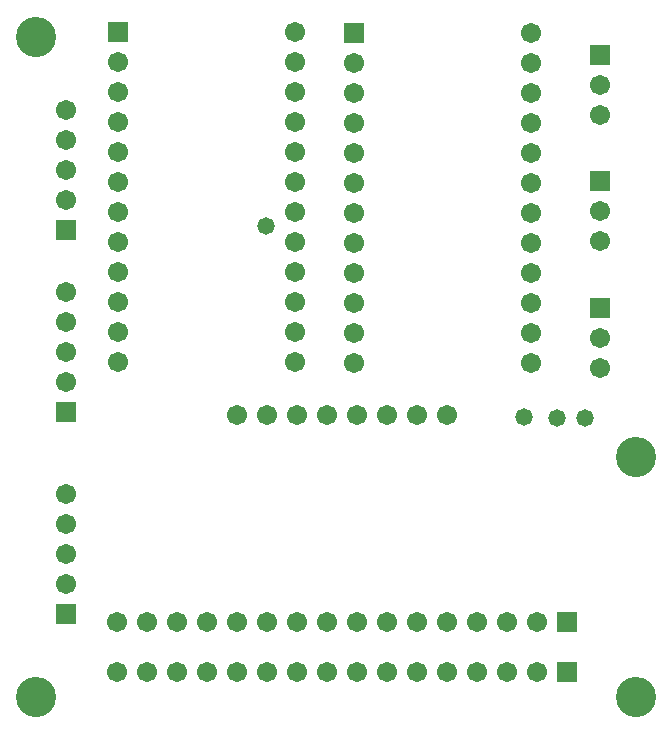
<source format=gbs>
G04*
G04 #@! TF.GenerationSoftware,Altium Limited,Altium Designer,20.1.8 (145)*
G04*
G04 Layer_Color=16711935*
%FSLAX25Y25*%
%MOIN*%
G70*
G04*
G04 #@! TF.SameCoordinates,D239A609-AEFB-48DA-8D67-1FFB9F5ED150*
G04*
G04*
G04 #@! TF.FilePolarity,Negative*
G04*
G01*
G75*
%ADD14C,0.06706*%
%ADD15R,0.06706X0.06706*%
%ADD16R,0.06706X0.06706*%
%ADD17C,0.13398*%
%ADD18C,0.05800*%
D14*
X76811Y45079D02*
D03*
X96811D02*
D03*
X66811D02*
D03*
X46811D02*
D03*
X86811D02*
D03*
X126811D02*
D03*
X176811D02*
D03*
X186811D02*
D03*
X146811D02*
D03*
X156811D02*
D03*
X116811D02*
D03*
X166811D02*
D03*
X136811D02*
D03*
X106811D02*
D03*
X156811Y113976D02*
D03*
X106811D02*
D03*
X146811D02*
D03*
X96811D02*
D03*
X116811D02*
D03*
X126811D02*
D03*
X136811D02*
D03*
X86811D02*
D03*
X56811Y45079D02*
D03*
X125984Y221417D02*
D03*
Y191417D02*
D03*
Y161417D02*
D03*
Y231417D02*
D03*
Y211417D02*
D03*
Y131417D02*
D03*
Y171417D02*
D03*
Y181417D02*
D03*
Y141417D02*
D03*
Y151417D02*
D03*
Y201417D02*
D03*
X185039Y191417D02*
D03*
Y201417D02*
D03*
Y211417D02*
D03*
Y231417D02*
D03*
Y241417D02*
D03*
Y181417D02*
D03*
Y221417D02*
D03*
Y171417D02*
D03*
Y161417D02*
D03*
Y131417D02*
D03*
Y151417D02*
D03*
Y141417D02*
D03*
X106299Y141732D02*
D03*
Y151732D02*
D03*
Y131732D02*
D03*
Y161732D02*
D03*
Y171732D02*
D03*
Y221732D02*
D03*
Y181732D02*
D03*
Y241732D02*
D03*
Y231732D02*
D03*
Y211732D02*
D03*
Y201732D02*
D03*
Y191732D02*
D03*
X47244Y201732D02*
D03*
Y151732D02*
D03*
Y141732D02*
D03*
Y181732D02*
D03*
Y171732D02*
D03*
Y131732D02*
D03*
Y211732D02*
D03*
Y231732D02*
D03*
Y161732D02*
D03*
Y191732D02*
D03*
Y221732D02*
D03*
X156850Y28543D02*
D03*
X166850D02*
D03*
X186850D02*
D03*
X176850D02*
D03*
X126850D02*
D03*
X136850D02*
D03*
X146850D02*
D03*
X96850D02*
D03*
X106850D02*
D03*
X116850D02*
D03*
X66850D02*
D03*
X76850D02*
D03*
X86850D02*
D03*
X46850D02*
D03*
X56850D02*
D03*
X30000Y87835D02*
D03*
Y77835D02*
D03*
Y57835D02*
D03*
Y67835D02*
D03*
Y215866D02*
D03*
Y205866D02*
D03*
Y185866D02*
D03*
Y195866D02*
D03*
X208000Y129764D02*
D03*
Y139764D02*
D03*
Y172000D02*
D03*
Y182000D02*
D03*
X30000Y155000D02*
D03*
Y145000D02*
D03*
Y125000D02*
D03*
Y135000D02*
D03*
X208000Y214000D02*
D03*
Y224000D02*
D03*
D15*
X196811Y45079D02*
D03*
X196850Y28543D02*
D03*
D16*
X125984Y241417D02*
D03*
X47244Y241732D02*
D03*
X30000Y47835D02*
D03*
Y175866D02*
D03*
X208000Y149764D02*
D03*
Y192000D02*
D03*
X30000Y115000D02*
D03*
X208000Y234000D02*
D03*
D17*
X20000Y20000D02*
D03*
Y240000D02*
D03*
X220000Y20000D02*
D03*
Y100000D02*
D03*
D18*
X203000Y113000D02*
D03*
X193500D02*
D03*
X182500Y113500D02*
D03*
X96500Y177000D02*
D03*
M02*

</source>
